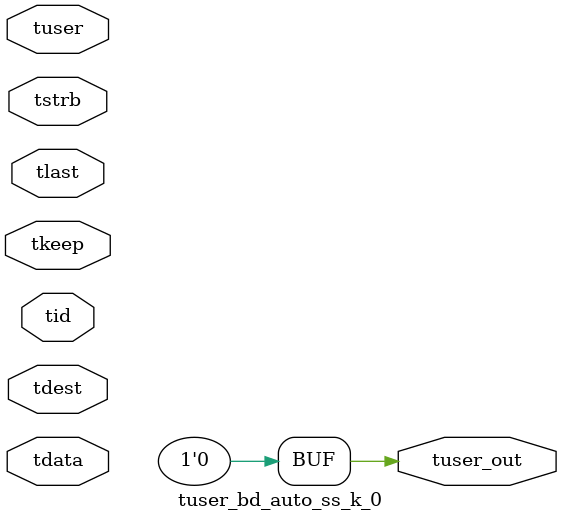
<source format=v>


`timescale 1ps/1ps

module tuser_bd_auto_ss_k_0 #
(
parameter C_S_AXIS_TUSER_WIDTH = 1,
parameter C_S_AXIS_TDATA_WIDTH = 32,
parameter C_S_AXIS_TID_WIDTH   = 0,
parameter C_S_AXIS_TDEST_WIDTH = 0,
parameter C_M_AXIS_TUSER_WIDTH = 1
)
(
input  [(C_S_AXIS_TUSER_WIDTH == 0 ? 1 : C_S_AXIS_TUSER_WIDTH)-1:0     ] tuser,
input  [(C_S_AXIS_TDATA_WIDTH == 0 ? 1 : C_S_AXIS_TDATA_WIDTH)-1:0     ] tdata,
input  [(C_S_AXIS_TID_WIDTH   == 0 ? 1 : C_S_AXIS_TID_WIDTH)-1:0       ] tid,
input  [(C_S_AXIS_TDEST_WIDTH == 0 ? 1 : C_S_AXIS_TDEST_WIDTH)-1:0     ] tdest,
input  [(C_S_AXIS_TDATA_WIDTH/8)-1:0 ] tkeep,
input  [(C_S_AXIS_TDATA_WIDTH/8)-1:0 ] tstrb,
input                                                                    tlast,
output [C_M_AXIS_TUSER_WIDTH-1:0] tuser_out
);

assign tuser_out = {1'b0};

endmodule


</source>
